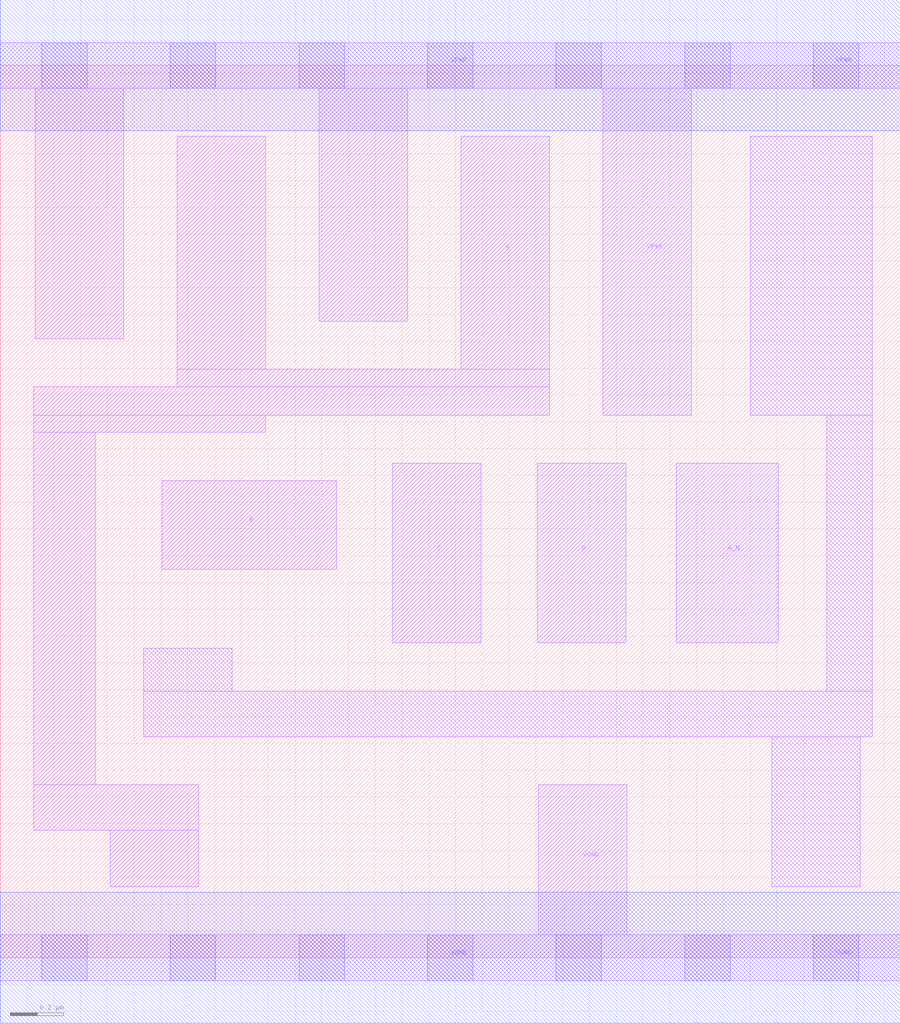
<source format=lef>
# Copyright 2020 The SkyWater PDK Authors
#
# Licensed under the Apache License, Version 2.0 (the "License");
# you may not use this file except in compliance with the License.
# You may obtain a copy of the License at
#
#     https://www.apache.org/licenses/LICENSE-2.0
#
# Unless required by applicable law or agreed to in writing, software
# distributed under the License is distributed on an "AS IS" BASIS,
# WITHOUT WARRANTIES OR CONDITIONS OF ANY KIND, either express or implied.
# See the License for the specific language governing permissions and
# limitations under the License.
#
# SPDX-License-Identifier: Apache-2.0

VERSION 5.7 ;
  NAMESCASESENSITIVE ON ;
  NOWIREEXTENSIONATPIN ON ;
  DIVIDERCHAR "/" ;
  BUSBITCHARS "[]" ;
UNITS
  DATABASE MICRONS 200 ;
END UNITS
MACRO sky130_fd_sc_lp__nand4b_lp
  CLASS CORE ;
  SOURCE USER ;
  FOREIGN sky130_fd_sc_lp__nand4b_lp ;
  ORIGIN  0.000000  0.000000 ;
  SIZE  3.360000 BY  3.330000 ;
  SYMMETRY X Y R90 ;
  SITE unit ;
  PIN A_N
    ANTENNAGATEAREA  0.376000 ;
    DIRECTION INPUT ;
    USE SIGNAL ;
    PORT
      LAYER li1 ;
        RECT 2.525000 1.175000 2.905000 1.845000 ;
    END
  END A_N
  PIN B
    ANTENNAGATEAREA  0.313000 ;
    DIRECTION INPUT ;
    USE SIGNAL ;
    PORT
      LAYER li1 ;
        RECT 0.605000 1.450000 1.255000 1.780000 ;
    END
  END B
  PIN C
    ANTENNAGATEAREA  0.313000 ;
    DIRECTION INPUT ;
    USE SIGNAL ;
    PORT
      LAYER li1 ;
        RECT 1.465000 1.175000 1.795000 1.845000 ;
    END
  END C
  PIN D
    ANTENNAGATEAREA  0.313000 ;
    DIRECTION INPUT ;
    USE SIGNAL ;
    PORT
      LAYER li1 ;
        RECT 2.005000 1.175000 2.335000 1.845000 ;
    END
  END D
  PIN Y
    ANTENNADIFFAREA  0.679700 ;
    DIRECTION OUTPUT ;
    USE SIGNAL ;
    PORT
      LAYER li1 ;
        RECT 0.125000 0.475000 0.740000 0.645000 ;
        RECT 0.125000 0.645000 0.355000 1.960000 ;
        RECT 0.125000 1.960000 0.990000 2.025000 ;
        RECT 0.125000 2.025000 2.050000 2.130000 ;
        RECT 0.410000 0.265000 0.740000 0.475000 ;
        RECT 0.660000 2.130000 2.050000 2.195000 ;
        RECT 0.660000 2.195000 0.990000 3.065000 ;
        RECT 1.720000 2.195000 2.050000 3.065000 ;
    END
  END Y
  PIN VGND
    DIRECTION INOUT ;
    USE GROUND ;
    PORT
      LAYER li1 ;
        RECT 0.000000 -0.085000 3.360000 0.085000 ;
        RECT 2.010000  0.085000 2.340000 0.645000 ;
      LAYER mcon ;
        RECT 0.155000 -0.085000 0.325000 0.085000 ;
        RECT 0.635000 -0.085000 0.805000 0.085000 ;
        RECT 1.115000 -0.085000 1.285000 0.085000 ;
        RECT 1.595000 -0.085000 1.765000 0.085000 ;
        RECT 2.075000 -0.085000 2.245000 0.085000 ;
        RECT 2.555000 -0.085000 2.725000 0.085000 ;
        RECT 3.035000 -0.085000 3.205000 0.085000 ;
      LAYER met1 ;
        RECT 0.000000 -0.245000 3.360000 0.245000 ;
    END
  END VGND
  PIN VPWR
    DIRECTION INOUT ;
    USE POWER ;
    PORT
      LAYER li1 ;
        RECT 0.000000 3.245000 3.360000 3.415000 ;
        RECT 0.130000 2.310000 0.460000 3.245000 ;
        RECT 1.190000 2.375000 1.520000 3.245000 ;
        RECT 2.250000 2.025000 2.580000 3.245000 ;
      LAYER mcon ;
        RECT 0.155000 3.245000 0.325000 3.415000 ;
        RECT 0.635000 3.245000 0.805000 3.415000 ;
        RECT 1.115000 3.245000 1.285000 3.415000 ;
        RECT 1.595000 3.245000 1.765000 3.415000 ;
        RECT 2.075000 3.245000 2.245000 3.415000 ;
        RECT 2.555000 3.245000 2.725000 3.415000 ;
        RECT 3.035000 3.245000 3.205000 3.415000 ;
      LAYER met1 ;
        RECT 0.000000 3.085000 3.360000 3.575000 ;
    END
  END VPWR
  OBS
    LAYER li1 ;
      RECT 0.535000 0.825000 3.255000 0.995000 ;
      RECT 0.535000 0.995000 0.865000 1.155000 ;
      RECT 2.800000 2.025000 3.255000 3.065000 ;
      RECT 2.880000 0.265000 3.210000 0.825000 ;
      RECT 3.085000 0.995000 3.255000 2.025000 ;
  END
END sky130_fd_sc_lp__nand4b_lp

</source>
